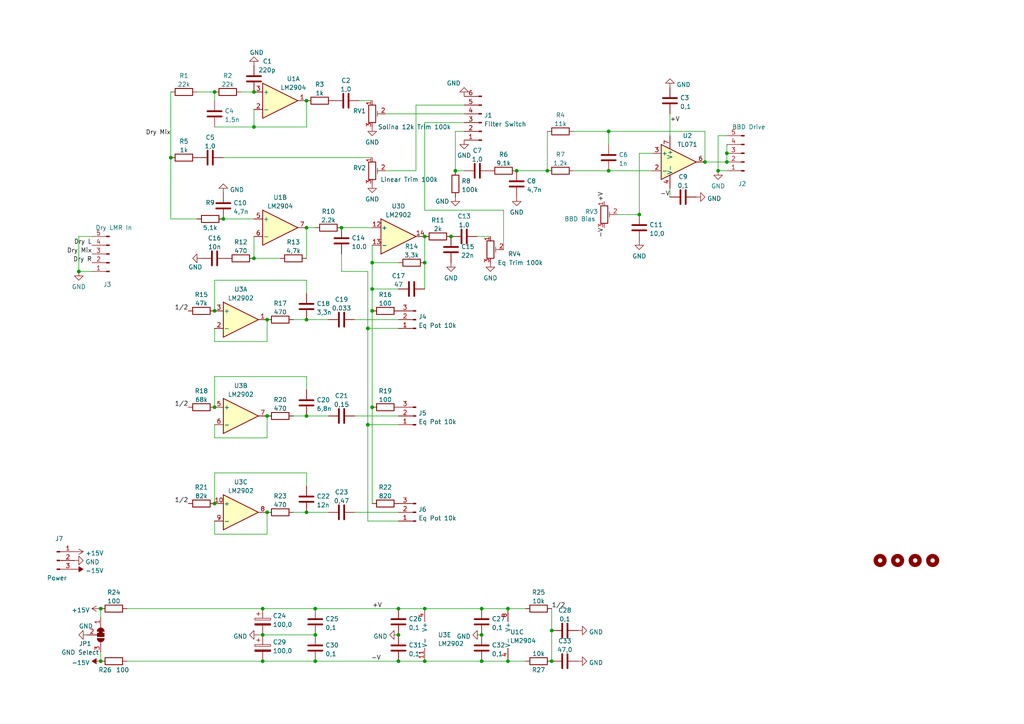
<source format=kicad_sch>
(kicad_sch (version 20211123) (generator eeschema)
  (paper "A4")
  (lib_symbols
    (symbol "Amplifier_Operational:LM2902" (pin_names (offset 0.127))
      (property "Reference" "U" (at 0 5.08 0))
      (property "Value" "LM2902" (at 0 -5.08 0))
      (symbol "LM2902_1_1"
        (polyline (pts (xy -5.08 5.08) (xy 5.08 0) (xy -5.08 -5.08) (xy -5.08 5.08)) (stroke (width 0.254)) (fill (type background)))
        (pin output line (at 7.62 0 180) (length 2.54) (name "~") (number "1"))
        (pin input line (at -7.62 -2.54 0) (length 2.54) (name "-") (number "2"))
        (pin input line (at -7.62 2.54 0) (length 2.54) (name "+") (number "3"))
      )
      (symbol "LM2902_2_1"
        (polyline (pts (xy -5.08 5.08) (xy 5.08 0) (xy -5.08 -5.08) (xy -5.08 5.08)) (stroke (width 0.254)) (fill (type background)))
        (pin input line (at -7.62 2.54 0) (length 2.54) (name "+") (number "5"))
        (pin input line (at -7.62 -2.54 0) (length 2.54) (name "-") (number "6"))
        (pin output line (at 7.62 0 180) (length 2.54) (name "~") (number "7"))
      )
      (symbol "LM2902_3_1"
        (polyline (pts (xy -5.08 5.08) (xy 5.08 0) (xy -5.08 -5.08) (xy -5.08 5.08)) (stroke (width 0.254)) (fill (type background)))
        (pin input line (at -7.62 2.54 0) (length 2.54) (name "+") (number "10"))
        (pin output line (at 7.62 0 180) (length 2.54) (name "~") (number "8"))
        (pin input line (at -7.62 -2.54 0) (length 2.54) (name "-") (number "9"))
      )
      (symbol "LM2902_4_1"
        (polyline (pts (xy -5.08 5.08) (xy 5.08 0) (xy -5.08 -5.08) (xy -5.08 5.08)) (stroke (width 0.254)) (fill (type background)))
        (pin input line (at -7.62 2.54 0) (length 2.54) (name "+") (number "12"))
        (pin input line (at -7.62 -2.54 0) (length 2.54) (name "-") (number "13"))
        (pin output line (at 7.62 0 180) (length 2.54) (name "~") (number "14"))
      )
      (symbol "LM2902_5_1"
        (pin power_in line (at -2.54 -7.62 90) (length 3.81) (name "V-") (number "11"))
        (pin power_in line (at -2.54 7.62 270) (length 3.81) (name "V+") (number "4"))
      )
    )
    (symbol "Amplifier_Operational:LM2904" (pin_names (offset 0.127))
      (property "Reference" "U" (at 0 5.08 0))
      (property "Value" "LM2904" (at 0 -5.08 0))
      (symbol "LM2904_1_1"
        (polyline (pts (xy -5.08 5.08) (xy 5.08 0) (xy -5.08 -5.08) (xy -5.08 5.08)) (stroke (width 0.254)) (fill (type background)))
        (pin output line (at 7.62 0 180) (length 2.54) (name "~") (number "1"))
        (pin input line (at -7.62 -2.54 0) (length 2.54) (name "-") (number "2"))
        (pin input line (at -7.62 2.54 0) (length 2.54) (name "+") (number "3"))
      )
      (symbol "LM2904_2_1"
        (polyline (pts (xy -5.08 5.08) (xy 5.08 0) (xy -5.08 -5.08) (xy -5.08 5.08)) (stroke (width 0.254)) (fill (type background)))
        (pin input line (at -7.62 2.54 0) (length 2.54) (name "+") (number "5"))
        (pin input line (at -7.62 -2.54 0) (length 2.54) (name "-") (number "6"))
        (pin output line (at 7.62 0 180) (length 2.54) (name "~") (number "7"))
      )
      (symbol "LM2904_3_1"
        (pin power_in line (at -2.54 -7.62 90) (length 3.81) (name "V-") (number "4"))
        (pin power_in line (at -2.54 7.62 270) (length 3.81) (name "V+") (number "8"))
      )
    )
    (symbol "Amplifier_Operational:MCP601-xP" (pin_names (offset 0.127))
      (property "Reference" "U" (at 0 6.35 0))
      (property "Value" "MCP601-xP" (at 0 3.81 0))
      (symbol "MCP601-xP_0_1"
        (polyline (pts (xy -5.08 5.08) (xy 5.08 0) (xy -5.08 -5.08) (xy -5.08 5.08)) (stroke (width 0.254)) (fill (type background)))
      )
      (symbol "MCP601-xP_1_1"
        (pin no_connect line (at -5.08 -2.54 90) (length 2.54) hide (name "NC") (number "1"))
        (pin input line (at -7.62 -2.54 0) (length 2.54) (name "-") (number "2"))
        (pin input line (at -7.62 2.54 0) (length 2.54) (name "+") (number "3"))
        (pin power_in line (at -2.54 -7.62 90) (length 3.81) (name "V-") (number "4"))
        (pin no_connect line (at -2.54 -2.54 90) (length 2.54) hide (name "NC") (number "5"))
        (pin output line (at 7.62 0 180) (length 2.54) (name "~") (number "6"))
        (pin power_in line (at -2.54 7.62 270) (length 3.81) (name "V+") (number "7"))
        (pin no_connect line (at 0 -2.54 90) (length 2.54) hide (name "NC") (number "8"))
      )
    )
    (symbol "Connector:Conn_01x03_Male" (pin_names (offset 1.016) hide)
      (property "Reference" "J" (at 0 5.08 0))
      (property "Value" "Conn_01x03_Male" (at 0 -5.08 0))
      (symbol "Conn_01x03_Male_1_1"
        (polyline (pts (xy 1.27 -2.54) (xy 0.8636 -2.54)) (stroke (width 0.1524)))
        (polyline (pts (xy 1.27 0) (xy 0.8636 0)) (stroke (width 0.1524)))
        (polyline (pts (xy 1.27 2.54) (xy 0.8636 2.54)) (stroke (width 0.1524)))
        (rectangle (start 0.8636 -2.413) (end 0 -2.667) (stroke (width 0.1524)) (fill (type outline)))
        (rectangle (start 0.8636 0.127) (end 0 -0.127) (stroke (width 0.1524)) (fill (type outline)))
        (rectangle (start 0.8636 2.667) (end 0 2.413) (stroke (width 0.1524)) (fill (type outline)))
        (pin passive line (at 5.08 2.54 180) (length 3.81) (name "Pin_1") (number "1"))
        (pin passive line (at 5.08 0 180) (length 3.81) (name "Pin_2") (number "2"))
        (pin passive line (at 5.08 -2.54 180) (length 3.81) (name "Pin_3") (number "3"))
      )
    )
    (symbol "Connector:Conn_01x05_Male" (pin_names (offset 1.016) hide)
      (property "Reference" "J" (at 0 7.62 0))
      (property "Value" "Conn_01x05_Male" (at 0 -7.62 0))
      (symbol "Conn_01x05_Male_1_1"
        (polyline (pts (xy 1.27 -5.08) (xy 0.8636 -5.08)) (stroke (width 0.1524)))
        (polyline (pts (xy 1.27 -2.54) (xy 0.8636 -2.54)) (stroke (width 0.1524)))
        (polyline (pts (xy 1.27 0) (xy 0.8636 0)) (stroke (width 0.1524)))
        (polyline (pts (xy 1.27 2.54) (xy 0.8636 2.54)) (stroke (width 0.1524)))
        (polyline (pts (xy 1.27 5.08) (xy 0.8636 5.08)) (stroke (width 0.1524)))
        (rectangle (start 0.8636 -4.953) (end 0 -5.207) (stroke (width 0.1524)) (fill (type outline)))
        (rectangle (start 0.8636 -2.413) (end 0 -2.667) (stroke (width 0.1524)) (fill (type outline)))
        (rectangle (start 0.8636 0.127) (end 0 -0.127) (stroke (width 0.1524)) (fill (type outline)))
        (rectangle (start 0.8636 2.667) (end 0 2.413) (stroke (width 0.1524)) (fill (type outline)))
        (rectangle (start 0.8636 5.207) (end 0 4.953) (stroke (width 0.1524)) (fill (type outline)))
        (pin passive line (at 5.08 5.08 180) (length 3.81) (name "Pin_1") (number "1"))
        (pin passive line (at 5.08 2.54 180) (length 3.81) (name "Pin_2") (number "2"))
        (pin passive line (at 5.08 0 180) (length 3.81) (name "Pin_3") (number "3"))
        (pin passive line (at 5.08 -2.54 180) (length 3.81) (name "Pin_4") (number "4"))
        (pin passive line (at 5.08 -5.08 180) (length 3.81) (name "Pin_5") (number "5"))
      )
    )
    (symbol "Connector:Conn_01x06_Male" (pin_names (offset 1.016) hide)
      (property "Reference" "J" (at 0 7.62 0))
      (property "Value" "Conn_01x06_Male" (at 0 -10.16 0))
      (symbol "Conn_01x06_Male_1_1"
        (polyline (pts (xy 1.27 -7.62) (xy 0.8636 -7.62)) (stroke (width 0.1524)))
        (polyline (pts (xy 1.27 -5.08) (xy 0.8636 -5.08)) (stroke (width 0.1524)))
        (polyline (pts (xy 1.27 -2.54) (xy 0.8636 -2.54)) (stroke (width 0.1524)))
        (polyline (pts (xy 1.27 0) (xy 0.8636 0)) (stroke (width 0.1524)))
        (polyline (pts (xy 1.27 2.54) (xy 0.8636 2.54)) (stroke (width 0.1524)))
        (polyline (pts (xy 1.27 5.08) (xy 0.8636 5.08)) (stroke (width 0.1524)))
        (rectangle (start 0.8636 -7.493) (end 0 -7.747) (stroke (width 0.1524)) (fill (type outline)))
        (rectangle (start 0.8636 -4.953) (end 0 -5.207) (stroke (width 0.1524)) (fill (type outline)))
        (rectangle (start 0.8636 -2.413) (end 0 -2.667) (stroke (width 0.1524)) (fill (type outline)))
        (rectangle (start 0.8636 0.127) (end 0 -0.127) (stroke (width 0.1524)) (fill (type outline)))
        (rectangle (start 0.8636 2.667) (end 0 2.413) (stroke (width 0.1524)) (fill (type outline)))
        (rectangle (start 0.8636 5.207) (end 0 4.953) (stroke (width 0.1524)) (fill (type outline)))
        (pin passive line (at 5.08 5.08 180) (length 3.81) (name "Pin_1") (number "1"))
        (pin passive line (at 5.08 2.54 180) (length 3.81) (name "Pin_2") (number "2"))
        (pin passive line (at 5.08 0 180) (length 3.81) (name "Pin_3") (number "3"))
        (pin passive line (at 5.08 -2.54 180) (length 3.81) (name "Pin_4") (number "4"))
        (pin passive line (at 5.08 -5.08 180) (length 3.81) (name "Pin_5") (number "5"))
        (pin passive line (at 5.08 -7.62 180) (length 3.81) (name "Pin_6") (number "6"))
      )
    )
    (symbol "Device:C" (pin_numbers hide) (pin_names (offset 0.254))
      (property "Reference" "C" (at 0.635 2.54 0))
      (property "Value" "C" (at 0.635 -2.54 0))
      (symbol "C_0_1"
        (polyline (pts (xy -2.032 -0.762) (xy 2.032 -0.762)) (stroke (width 0.508)))
        (polyline (pts (xy -2.032 0.762) (xy 2.032 0.762)) (stroke (width 0.508)))
      )
      (symbol "C_1_1"
        (pin passive line (at 0 3.81 270) (length 2.794) (name "~") (number "1"))
        (pin passive line (at 0 -3.81 90) (length 2.794) (name "~") (number "2"))
      )
    )
    (symbol "Device:C_Polarized" (pin_numbers hide) (pin_names (offset 0.254))
      (property "Reference" "C" (at 0.635 2.54 0))
      (property "Value" "C_Polarized" (at 0.635 -2.54 0))
      (symbol "C_Polarized_0_1"
        (rectangle (start -2.286 0.508) (end 2.286 1.016))
        (polyline (pts (xy -1.778 2.286) (xy -0.762 2.286)))
        (polyline (pts (xy -1.27 2.794) (xy -1.27 1.778)))
        (rectangle (start 2.286 -0.508) (end -2.286 -1.016) (fill (type outline)))
      )
      (symbol "C_Polarized_1_1"
        (pin passive line (at 0 3.81 270) (length 2.794) (name "~") (number "1"))
        (pin passive line (at 0 -3.81 90) (length 2.794) (name "~") (number "2"))
      )
    )
    (symbol "Device:R" (pin_numbers hide) (pin_names (offset 0))
      (property "Reference" "R" (at 2.032 0 90))
      (property "Value" "R" (at 0 0 90))
      (symbol "R_0_1"
        (rectangle (start -1.016 -2.54) (end 1.016 2.54) (stroke (width 0.254)))
      )
      (symbol "R_1_1"
        (pin passive line (at 0 3.81 270) (length 1.27) (name "~") (number "1"))
        (pin passive line (at 0 -3.81 90) (length 1.27) (name "~") (number "2"))
      )
    )
    (symbol "Device:R_Potentiometer_Trim" (pin_names (offset 1.016) hide)
      (property "Reference" "RV" (at -4.445 0 90))
      (property "Value" "R_Potentiometer_Trim" (at -2.54 0 90))
      (symbol "R_Potentiometer_Trim_0_1"
        (polyline (pts (xy 1.524 0.762) (xy 1.524 -0.762)))
        (polyline (pts (xy 2.54 0) (xy 1.524 0)))
        (rectangle (start 1.016 2.54) (end -1.016 -2.54) (stroke (width 0.254)))
      )
      (symbol "R_Potentiometer_Trim_1_1"
        (pin passive line (at 0 3.81 270) (length 1.27) (name "1") (number "1"))
        (pin passive line (at 3.81 0 180) (length 1.27) (name "2") (number "2"))
        (pin passive line (at 0 -3.81 90) (length 1.27) (name "3") (number "3"))
      )
    )
    (symbol "Jumper:SolderJumper_3_Bridged12" (pin_names (offset 0) hide)
      (property "Reference" "JP" (at -2.54 -2.54 0))
      (property "Value" "SolderJumper_3_Bridged12" (at 0 2.794 0))
      (symbol "SolderJumper_3_Bridged12_0_1"
        (rectangle (start -1.016 0.508) (end -0.508 -0.508) (fill (type outline)))
        (arc (start -1.016 1.016) (mid -2.032 0) (end -1.016 -1.016))
        (arc (start -1.016 1.016) (mid -2.032 0) (end -1.016 -1.016) (fill (type outline)))
        (rectangle (start -0.508 1.016) (end 0.508 -1.016) (fill (type outline)))
        (polyline (pts (xy -2.54 0) (xy -2.032 0)))
        (polyline (pts (xy -1.016 1.016) (xy -1.016 -1.016)))
        (polyline (pts (xy 0 -1.27) (xy 0 -1.016)))
        (polyline (pts (xy 1.016 1.016) (xy 1.016 -1.016)))
        (polyline (pts (xy 2.54 0) (xy 2.032 0)))
        (arc (start 1.016 -1.016) (mid 2.032 0) (end 1.016 1.016))
        (arc (start 1.016 -1.016) (mid 2.032 0) (end 1.016 1.016) (fill (type outline)))
      )
      (symbol "SolderJumper_3_Bridged12_1_1"
        (pin passive line (at -5.08 0 0) (length 2.54) (name "A") (number "1"))
        (pin passive line (at 0 -3.81 90) (length 2.54) (name "C") (number "2"))
        (pin passive line (at 5.08 0 180) (length 2.54) (name "B") (number "3"))
      )
    )
    (symbol "Mechanical:MountingHole" (pin_names (offset 1.016))
      (property "Reference" "H" (at 0 5.08 0))
      (property "Value" "MountingHole" (at 0 3.175 0))
      (symbol "MountingHole_0_1"
        (circle (center 0 0) (radius 1.27) (stroke (width 1.27)))
      )
    )
    (symbol "power:+15V" (power) (pin_names (offset 0))
      (property "Value" "+15V" (at 0 3.556 0))
      (symbol "+15V_0_1"
        (polyline (pts (xy -0.762 1.27) (xy 0 2.54)))
        (polyline (pts (xy 0 0) (xy 0 2.54)))
        (polyline (pts (xy 0 2.54) (xy 0.762 1.27)))
      )
      (symbol "+15V_1_1"
        (pin power_in line (at 0 0 90) (length 0) hide (name "+15V") (number "1"))
      )
    )
    (symbol "power:-15V" (power) (pin_names (offset 0))
      (property "Value" "-15V" (at 0 3.81 0))
      (symbol "-15V_0_0"
        (pin power_in line (at 0 0 90) (length 0) hide (name "-15V") (number "1"))
      )
      (symbol "-15V_0_1"
        (polyline (pts (xy 0 0) (xy 0 1.27) (xy 0.762 1.27) (xy 0 2.54) (xy -0.762 1.27) (xy 0 1.27)) (fill (type outline)))
      )
    )
    (symbol "power:GND" (power) (pin_names (offset 0))
      (property "Value" "GND" (at 0 -3.81 0))
      (symbol "GND_0_1"
        (polyline (pts (xy 0 0) (xy 0 -1.27) (xy 1.27 -1.27) (xy 0 -2.54) (xy -1.27 -1.27) (xy 0 -1.27)))
      )
      (symbol "GND_1_1"
        (pin power_in line (at 0 0 270) (length 0) hide (name "GND") (number "1"))
      )
    )
  )
  (junction (at 115.57 184.15))
  (junction (at 91.44 191.77))
  (junction (at 210.82 44.45))
  (junction (at 62.23 146.05))
  (junction (at 210.82 46.99))
  (junction (at 22.86 78.74))
  (junction (at 62.23 118.11))
  (junction (at 158.75 49.53))
  (junction (at 88.9 120.65))
  (junction (at 130.81 68.58))
  (junction (at 139.7 176.53))
  (junction (at 123.19 76.2))
  (junction (at 77.47 148.59))
  (junction (at 106.68 95.25))
  (junction (at 88.9 92.71))
  (junction (at 91.44 176.53))
  (junction (at 107.95 90.17))
  (junction (at 76.2 176.53))
  (junction (at 88.9 148.59))
  (junction (at 208.28 49.53))
  (junction (at 76.2 191.77))
  (junction (at 204.47 46.99))
  (junction (at 185.42 62.23))
  (junction (at 88.9 29.21))
  (junction (at 62.23 26.67))
  (junction (at 29.21 176.53))
  (junction (at 88.9 66.04))
  (junction (at 160.02 191.77))
  (junction (at 73.66 36.83))
  (junction (at 77.47 120.65))
  (junction (at 123.19 191.77))
  (junction (at 147.32 191.77))
  (junction (at 176.53 49.53))
  (junction (at 149.86 49.53))
  (junction (at 107.95 76.2))
  (junction (at 62.23 90.17))
  (junction (at 139.7 184.15))
  (junction (at 29.21 191.77))
  (junction (at 49.53 45.72))
  (junction (at 77.47 92.71))
  (junction (at 176.53 38.1))
  (junction (at 160.02 182.88))
  (junction (at 76.2 184.15))
  (junction (at 123.19 176.53))
  (junction (at 139.7 191.77))
  (junction (at 73.66 74.93))
  (junction (at 107.95 83.82))
  (junction (at 99.06 66.04))
  (junction (at 73.66 26.67))
  (junction (at 91.44 184.15))
  (junction (at 132.08 49.53))
  (junction (at 147.32 176.53))
  (junction (at 115.57 191.77))
  (junction (at 106.68 123.19))
  (junction (at 123.19 68.58))
  (junction (at 115.57 176.53))
  (junction (at 107.95 118.11))
  (junction (at 64.77 63.5))
  (wire (pts (xy 73.66 74.93) (xy 81.28 74.93)))
  (wire (pts (xy 123.19 76.2) (xy 123.19 83.82)))
  (wire (pts (xy 204.47 46.99) (xy 204.47 38.1)))
  (wire (pts (xy 123.19 60.96) (xy 146.05 60.96)))
  (wire (pts (xy 189.23 44.45) (xy 185.42 44.45)))
  (wire (pts (xy 77.47 127) (xy 77.47 120.65)))
  (wire (pts (xy 106.68 78.74) (xy 106.68 95.25)))
  (wire (pts (xy 106.68 151.13) (xy 106.68 123.19)))
  (wire (pts (xy 107.95 71.12) (xy 107.95 76.2)))
  (wire (pts (xy 88.9 66.04) (xy 88.9 74.93)))
  (wire (pts (xy 102.87 120.65) (xy 115.57 120.65)))
  (wire (pts (xy 123.19 35.56) (xy 123.19 60.96)))
  (wire (pts (xy 107.95 83.82) (xy 115.57 83.82)))
  (wire (pts (xy 107.95 76.2) (xy 107.95 83.82)))
  (wire (pts (xy 176.53 38.1) (xy 166.37 38.1)))
  (wire (pts (xy 111.76 33.02) (xy 134.62 33.02)))
  (wire (pts (xy 123.19 68.58) (xy 123.19 76.2)))
  (wire (pts (xy 194.31 54.61) (xy 194.31 57.15)))
  (wire (pts (xy 115.57 191.77) (xy 123.19 191.77)))
  (wire (pts (xy 166.37 49.53) (xy 176.53 49.53)))
  (wire (pts (xy 88.9 66.04) (xy 91.44 66.04)))
  (wire (pts (xy 62.23 36.83) (xy 73.66 36.83)))
  (wire (pts (xy 88.9 81.28) (xy 62.23 81.28)))
  (wire (pts (xy 149.86 49.53) (xy 158.75 49.53)))
  (wire (pts (xy 204.47 46.99) (xy 210.82 46.99)))
  (wire (pts (xy 49.53 26.67) (xy 49.53 45.72)))
  (wire (pts (xy 62.23 81.28) (xy 62.23 90.17)))
  (wire (pts (xy 146.05 60.96) (xy 146.05 72.39)))
  (wire (pts (xy 107.95 118.11) (xy 107.95 146.05)))
  (wire (pts (xy 57.15 26.67) (xy 62.23 26.67)))
  (wire (pts (xy 62.23 154.94) (xy 77.47 154.94)))
  (wire (pts (xy 107.95 76.2) (xy 115.57 76.2)))
  (wire (pts (xy 62.23 99.06) (xy 77.47 99.06)))
  (wire (pts (xy 115.57 95.25) (xy 106.68 95.25)))
  (wire (pts (xy 64.77 63.5) (xy 73.66 63.5)))
  (wire (pts (xy 102.87 148.59) (xy 115.57 148.59)))
  (wire (pts (xy 62.23 123.19) (xy 62.23 127)))
  (wire (pts (xy 194.31 33.02) (xy 194.31 39.37)))
  (wire (pts (xy 88.9 85.09) (xy 88.9 81.28)))
  (wire (pts (xy 91.44 191.77) (xy 115.57 191.77)))
  (wire (pts (xy 22.86 68.58) (xy 22.86 78.74)))
  (wire (pts (xy 210.82 41.91) (xy 210.82 44.45)))
  (wire (pts (xy 62.23 151.13) (xy 62.23 154.94)))
  (wire (pts (xy 132.08 38.1) (xy 134.62 38.1)))
  (wire (pts (xy 36.83 176.53) (xy 76.2 176.53)))
  (wire (pts (xy 115.57 151.13) (xy 106.68 151.13)))
  (wire (pts (xy 73.66 31.75) (xy 73.66 36.83)))
  (wire (pts (xy 152.4 191.77) (xy 147.32 191.77)))
  (wire (pts (xy 138.43 68.58) (xy 142.24 68.58)))
  (wire (pts (xy 204.47 38.1) (xy 176.53 38.1)))
  (wire (pts (xy 74.93 184.15) (xy 76.2 184.15)))
  (wire (pts (xy 62.23 137.16) (xy 62.23 146.05)))
  (wire (pts (xy 99.06 78.74) (xy 106.68 78.74)))
  (wire (pts (xy 62.23 26.67) (xy 62.23 29.21)))
  (wire (pts (xy 139.7 176.53) (xy 123.19 176.53)))
  (wire (pts (xy 160.02 182.88) (xy 160.02 191.77)))
  (wire (pts (xy 88.9 120.65) (xy 95.25 120.65)))
  (wire (pts (xy 88.9 148.59) (xy 95.25 148.59)))
  (wire (pts (xy 88.9 140.97) (xy 88.9 137.16)))
  (wire (pts (xy 88.9 36.83) (xy 88.9 29.21)))
  (wire (pts (xy 77.47 99.06) (xy 77.47 92.71)))
  (wire (pts (xy 106.68 123.19) (xy 115.57 123.19)))
  (wire (pts (xy 26.67 68.58) (xy 22.86 68.58)))
  (wire (pts (xy 104.14 29.21) (xy 107.95 29.21)))
  (wire (pts (xy 179.07 62.23) (xy 185.42 62.23)))
  (wire (pts (xy 57.15 63.5) (xy 49.53 63.5)))
  (wire (pts (xy 106.68 95.25) (xy 106.68 123.19)))
  (wire (pts (xy 210.82 44.45) (xy 210.82 46.99)))
  (wire (pts (xy 208.28 39.37) (xy 208.28 49.53)))
  (wire (pts (xy 62.23 127) (xy 77.47 127)))
  (wire (pts (xy 49.53 45.72) (xy 49.53 63.5)))
  (wire (pts (xy 69.85 26.67) (xy 73.66 26.67)))
  (wire (pts (xy 29.21 176.53) (xy 29.21 179.07)))
  (wire (pts (xy 99.06 66.04) (xy 107.95 66.04)))
  (wire (pts (xy 132.08 49.53) (xy 134.62 49.53)))
  (wire (pts (xy 62.23 95.25) (xy 62.23 99.06)))
  (wire (pts (xy 152.4 176.53) (xy 147.32 176.53)))
  (wire (pts (xy 210.82 39.37) (xy 208.28 39.37)))
  (wire (pts (xy 85.09 148.59) (xy 88.9 148.59)))
  (wire (pts (xy 134.62 35.56) (xy 123.19 35.56)))
  (wire (pts (xy 88.9 109.22) (xy 62.23 109.22)))
  (wire (pts (xy 76.2 184.15) (xy 91.44 184.15)))
  (wire (pts (xy 88.9 92.71) (xy 95.25 92.71)))
  (wire (pts (xy 85.09 92.71) (xy 88.9 92.71)))
  (wire (pts (xy 88.9 137.16) (xy 62.23 137.16)))
  (wire (pts (xy 85.09 120.65) (xy 88.9 120.65)))
  (wire (pts (xy 76.2 191.77) (xy 91.44 191.77)))
  (wire (pts (xy 147.32 191.77) (xy 139.7 191.77)))
  (wire (pts (xy 139.7 191.77) (xy 123.19 191.77)))
  (wire (pts (xy 185.42 44.45) (xy 185.42 62.23)))
  (wire (pts (xy 176.53 49.53) (xy 189.23 49.53)))
  (wire (pts (xy 64.77 45.72) (xy 107.95 45.72)))
  (wire (pts (xy 99.06 73.66) (xy 99.06 78.74)))
  (wire (pts (xy 29.21 189.23) (xy 29.21 191.77)))
  (wire (pts (xy 115.57 176.53) (xy 123.19 176.53)))
  (wire (pts (xy 176.53 41.91) (xy 176.53 38.1)))
  (wire (pts (xy 73.66 68.58) (xy 73.66 74.93)))
  (wire (pts (xy 120.65 49.53) (xy 120.65 30.48)))
  (wire (pts (xy 107.95 90.17) (xy 107.95 118.11)))
  (wire (pts (xy 73.66 36.83) (xy 88.9 36.83)))
  (wire (pts (xy 91.44 176.53) (xy 115.57 176.53)))
  (wire (pts (xy 147.32 176.53) (xy 139.7 176.53)))
  (wire (pts (xy 62.23 109.22) (xy 62.23 118.11)))
  (wire (pts (xy 111.76 49.53) (xy 120.65 49.53)))
  (wire (pts (xy 120.65 30.48) (xy 134.62 30.48)))
  (wire (pts (xy 132.08 49.53) (xy 132.08 38.1)))
  (wire (pts (xy 158.75 38.1) (xy 158.75 49.53)))
  (wire (pts (xy 107.95 83.82) (xy 107.95 90.17)))
  (wire (pts (xy 36.83 191.77) (xy 76.2 191.77)))
  (wire (pts (xy 102.87 92.71) (xy 115.57 92.71)))
  (wire (pts (xy 77.47 154.94) (xy 77.47 148.59)))
  (wire (pts (xy 88.9 113.03) (xy 88.9 109.22)))
  (wire (pts (xy 160.02 176.53) (xy 160.02 182.88)))
  (wire (pts (xy 22.86 78.74) (xy 26.67 78.74)))
  (wire (pts (xy 208.28 49.53) (xy 210.82 49.53)))
  (wire (pts (xy 76.2 176.53) (xy 91.44 176.53)))
  (label "1{slash}2" (at 54.61 90.17 180))
  (label "-V" (at 110.49 191.77 180))
  (label "-V" (at 194.31 57.15 180))
  (label "Dry Mix" (at 49.53 39.37 180))
  (label "Dry Mix" (at 26.67 73.66 180))
  (label "Dry R" (at 26.67 76.2 180))
  (label "+V" (at 107.95 176.53 0))
  (label "-V" (at 175.26 66.04 270))
  (label "1{slash}2" (at 54.61 146.05 180))
  (label "+V" (at 194.31 35.56 0))
  (label "+V" (at 175.26 58.42 90))
  (label "1{slash}2" (at 54.61 118.11 180))
  (label "1{slash}2" (at 160.02 176.53 0))
  (label "Dry L" (at 26.67 71.12 180))
  (symbol (lib_id "Amplifier_Operational:LM2904") (at 81.28 66.04 0) (unit 2)
    (property "Reference" "U1" (at 81.28 57.2602 0))
    (property "Value" "LM2904" (at 81.28 59.7971 0))
    (property "Footprint" "Package_DIP:DIP-8_W7.62mm" (effects hide))
    (property "Datasheet" "http://www.ti.com/lit/ds/symlink/lm358.pdf" (effects hide))
  )
  (symbol (lib_id "Device:R") (at 132.08 53.34 180) (unit 1)
    (property "Reference" "R8" (at 133.858 52.5053 0) (effects (justify right)))
    (property "Value" "100k" (at 133.858 55.0422 0) (effects (justify right)))
    (property "Footprint" "Resistor_SMD:R_1206_3216Metric_Pad1.30x1.75mm_HandSolder" (effects hide))
  )
  (symbol (lib_id "Device:R") (at 81.28 120.65 90) (unit 1)
    (property "Reference" "R20" (at 81.28 115.9342 90))
    (property "Value" "470" (at 81.28 118.4711 90))
    (property "Footprint" "Resistor_SMD:R_1206_3216Metric_Pad1.30x1.75mm_HandSolder" (effects hide))
  )
  (symbol (lib_id "power:GND") (at 130.81 76.2 0) (unit 1)
    (property "Reference" "#PWR0112" (effects hide))
    (property "Value" "GND" (at 130.81 80.6434 0))
  )
  (symbol (lib_id "Device:C") (at 99.06 69.85 180) (unit 1)
    (property "Reference" "C14" (at 101.981 69.0153 0) (effects (justify right)))
    (property "Value" "10.0" (at 101.981 71.5522 0) (effects (justify right)))
    (property "Footprint" "Capacitor_SMD:C_0805_2012Metric_Pad1.18x1.45mm_HandSolder" (effects hide))
  )
  (symbol (lib_id "Amplifier_Operational:MCP601-xP") (at 196.85 46.99 0) (unit 1)
    (property "Reference" "U2" (at 199.39 39.37 0))
    (property "Value" "TL071" (at 199.39 41.91 0))
    (property "Footprint" "Package_DIP:DIP-8_W7.62mm" (effects hide))
    (property "Datasheet" "http://ww1.microchip.com/downloads/en/DeviceDoc/21314g.pdf" (effects hide))
  )
  (symbol (lib_id "Mechanical:MountingHole") (at 270.51 162.56 0) (unit 1)
    (property "Reference" "H4" (effects hide))
    (property "Value" "MountingHole" (effects hide))
    (property "Footprint" "MountingHole:MountingHole_3.2mm_M3" (effects hide))
  )
  (symbol (lib_id "power:GND") (at 142.24 76.2 0) (unit 1)
    (property "Reference" "#PWR0113" (effects hide))
    (property "Value" "GND" (at 142.24 80.6434 0))
  )
  (symbol (lib_id "power:+15V") (at 21.59 160.02 270) (unit 1)
    (property "Reference" "#PWR0105" (effects hide))
    (property "Value" "+15V" (at 24.765 160.4538 90) (effects (justify left)))
  )
  (symbol (lib_id "Device:C") (at 100.33 29.21 90) (unit 1)
    (property "Reference" "C2" (at 100.33 23.3512 90))
    (property "Value" "1,0" (at 100.33 25.8881 90))
    (property "Footprint" "Capacitor_SMD:C_0805_2012Metric_Pad1.18x1.45mm_HandSolder" (effects hide))
  )
  (symbol (lib_id "Connector:Conn_01x06_Male") (at 139.7 35.56 180) (unit 1)
    (property "Reference" "J1" (at 140.4112 33.4553 0) (effects (justify right)))
    (property "Value" "Filter Switch" (at 140.4112 35.9922 0) (effects (justify right)))
    (property "Footprint" "Connector_PinHeader_2.54mm:PinHeader_1x06_P2.54mm_Vertical" (effects hide))
  )
  (symbol (lib_id "Device:C") (at 88.9 88.9 0) (unit 1)
    (property "Reference" "C18" (at 91.821 88.0653 0) (effects (justify left)))
    (property "Value" "3,3n" (at 91.821 90.6022 0) (effects (justify left)))
    (property "Footprint" "Capacitor_SMD:C_0805_2012Metric_Pad1.18x1.45mm_HandSolder" (effects hide))
  )
  (symbol (lib_id "power:GND") (at 22.86 78.74 0) (unit 1)
    (property "Reference" "#PWR0115" (effects hide))
    (property "Value" "GND" (at 22.86 83.1834 0))
  )
  (symbol (lib_id "power:GND") (at 107.95 53.34 0) (unit 1)
    (property "Reference" "#PWR0117" (effects hide))
    (property "Value" "GND" (at 107.95 57.7834 0))
  )
  (symbol (lib_id "Device:R") (at 58.42 118.11 90) (unit 1)
    (property "Reference" "R18" (at 58.42 113.3942 90))
    (property "Value" "68k" (at 58.42 115.9311 90))
    (property "Footprint" "Resistor_SMD:R_1206_3216Metric_Pad1.30x1.75mm_HandSolder" (effects hide))
  )
  (symbol (lib_id "power:GND") (at 21.59 162.56 90) (unit 1)
    (property "Reference" "#PWR0104" (effects hide))
    (property "Value" "GND" (at 24.765 162.9938 90) (effects (justify right)))
  )
  (symbol (lib_id "Device:C_Polarized") (at 76.2 180.34 0) (unit 1)
    (property "Reference" "C24" (at 79.121 178.6163 0) (effects (justify left)))
    (property "Value" "100,0" (at 79.121 181.1532 0) (effects (justify left)))
    (property "Footprint" "Capacitor_SMD:C_Elec_6.3x5.8" (effects hide))
  )
  (symbol (lib_id "Connector:Conn_01x05_Male") (at 215.9 44.45 180) (unit 1)
    (property "Reference" "J2" (at 215.265 53.306 0))
    (property "Value" "BBD Drive" (at 217.17 36.83 0))
    (property "Footprint" "Connector_JST:JST_XH_B5B-XH-AM_1x05_P2.50mm_Vertical" (effects hide))
  )
  (symbol (lib_id "Device:R_Potentiometer_Trim") (at 107.95 33.02 0) (unit 1)
    (property "Reference" "RV1" (at 106.172 32.1853 0) (effects (justify right)))
    (property "Value" "Solina 12k Trim 100k" (at 130.81 36.83 0) (effects (justify right)))
    (property "Footprint" "Potentiometer_THT:Potentiometer_Runtron_RM-065_Vertical" (effects hide))
  )
  (symbol (lib_id "Mechanical:MountingHole") (at 260.35 162.56 0) (unit 1)
    (property "Reference" "H2" (effects hide))
    (property "Value" "MountingHole" (effects hide))
    (property "Footprint" "MountingHole:MountingHole_3.2mm_M3" (effects hide))
  )
  (symbol (lib_id "Device:R_Potentiometer_Trim") (at 175.26 62.23 0) (unit 1)
    (property "Reference" "RV3" (at 173.482 61.3953 0) (effects (justify right)))
    (property "Value" "BBD Bias" (at 172.72 63.5 0) (effects (justify right)))
    (property "Footprint" "Potentiometer_THT:Potentiometer_Bourns_3296W_Vertical" (effects hide))
  )
  (symbol (lib_id "Device:C") (at 88.9 144.78 0) (unit 1)
    (property "Reference" "C22" (at 91.821 143.9453 0) (effects (justify left)))
    (property "Value" "12n" (at 91.821 146.4822 0) (effects (justify left)))
    (property "Footprint" "Capacitor_SMD:C_0805_2012Metric_Pad1.18x1.45mm_HandSolder" (effects hide))
  )
  (symbol (lib_id "power:GND") (at 58.42 74.93 270) (unit 1)
    (property "Reference" "#PWR0114" (effects hide))
    (property "Value" "GND" (at 54.61 77.47 90) (effects (justify left)))
  )
  (symbol (lib_id "Device:R_Potentiometer_Trim") (at 107.95 49.53 0) (unit 1)
    (property "Reference" "RV2" (at 106.172 48.6953 0) (effects (justify right)))
    (property "Value" "Linear Trim 100k" (at 127 52.07 0) (effects (justify right)))
    (property "Footprint" "Potentiometer_THT:Potentiometer_Runtron_RM-065_Vertical" (effects hide))
  )
  (symbol (lib_id "Amplifier_Operational:LM2902") (at 115.57 68.58 0) (unit 4)
    (property "Reference" "U3" (at 115.57 59.8002 0))
    (property "Value" "LM2902" (at 115.57 62.3371 0))
    (property "Footprint" "Package_DIP:DIP-14_W7.62mm" (effects hide))
    (property "Datasheet" "http://www.ti.com/lit/ds/symlink/lm2902-n.pdf" (effects hide))
  )
  (symbol (lib_id "power:GND") (at 201.93 57.15 90) (unit 1)
    (property "Reference" "#PWR0128" (effects hide))
    (property "Value" "GND" (at 205.105 57.5838 90) (effects (justify right)))
  )
  (symbol (lib_id "Device:C") (at 163.83 191.77 90) (unit 1)
    (property "Reference" "C33" (at 163.83 185.9112 90))
    (property "Value" "47,0" (at 163.83 188.4481 90))
    (property "Footprint" "Capacitor_SMD:C_Elec_6.3x5.8" (effects hide))
  )
  (symbol (lib_id "Connector:Conn_01x03_Male") (at 120.65 120.65 180) (unit 1)
    (property "Reference" "J5" (at 121.3612 119.8153 0) (effects (justify right)))
    (property "Value" "Eq Pot 10k" (at 121.3612 122.3522 0) (effects (justify right)))
    (property "Footprint" "Potentiometer_THT:Potentiometer_Alps_RK097_Single_Horizontal" (effects hide))
  )
  (symbol (lib_id "power:+15V") (at 29.21 176.53 90) (unit 1)
    (property "Reference" "#PWR0103" (effects hide))
    (property "Value" "+15V" (at 26.035 176.9638 90) (effects (justify left)))
  )
  (symbol (lib_id "Device:R") (at 81.28 92.71 90) (unit 1)
    (property "Reference" "R17" (at 81.28 87.9942 90))
    (property "Value" "470" (at 81.28 90.5311 90))
    (property "Footprint" "Resistor_SMD:R_1206_3216Metric_Pad1.30x1.75mm_HandSolder" (effects hide))
  )
  (symbol (lib_id "Device:C") (at 64.77 59.69 0) (unit 1)
    (property "Reference" "C10" (at 67.691 58.8553 0) (effects (justify left)))
    (property "Value" "4,7n" (at 67.691 61.3922 0) (effects (justify left)))
    (property "Footprint" "Capacitor_SMD:C_0805_2012Metric_Pad1.18x1.45mm_HandSolder" (effects hide))
  )
  (symbol (lib_id "Mechanical:MountingHole") (at 265.43 162.56 0) (unit 1)
    (property "Reference" "H3" (effects hide))
    (property "Value" "MountingHole" (effects hide))
    (property "Footprint" "MountingHole:MountingHole_3.2mm_M3" (effects hide))
  )
  (symbol (lib_id "Device:R") (at 81.28 148.59 90) (unit 1)
    (property "Reference" "R23" (at 81.28 143.8742 90))
    (property "Value" "470" (at 81.28 146.4111 90))
    (property "Footprint" "Resistor_SMD:R_1206_3216Metric_Pad1.30x1.75mm_HandSolder" (effects hide))
  )
  (symbol (lib_id "Amplifier_Operational:LM2902") (at 69.85 92.71 0) (unit 1)
    (property "Reference" "U3" (at 69.85 83.9302 0))
    (property "Value" "LM2902" (at 69.85 86.4671 0))
    (property "Footprint" "Package_DIP:DIP-14_W7.62mm" (effects hide))
    (property "Datasheet" "http://www.ti.com/lit/ds/symlink/lm2902-n.pdf" (effects hide))
  )
  (symbol (lib_id "Device:R") (at 33.02 176.53 90) (unit 1)
    (property "Reference" "R24" (at 33.02 171.8142 90))
    (property "Value" "100" (at 33.02 174.3511 90))
    (property "Footprint" "Resistor_SMD:R_1206_3216Metric_Pad1.30x1.75mm_HandSolder" (effects hide))
  )
  (symbol (lib_id "power:GND") (at 167.64 182.88 90) (unit 1)
    (property "Reference" "#PWR0109" (effects hide))
    (property "Value" "GND" (at 170.815 183.3138 90) (effects (justify right)))
  )
  (symbol (lib_id "power:GND") (at 107.95 36.83 0) (unit 1)
    (property "Reference" "#PWR0118" (effects hide))
    (property "Value" "GND" (at 107.95 41.2734 0))
  )
  (symbol (lib_id "Device:R") (at 33.02 191.77 90) (unit 1)
    (property "Reference" "R26" (at 30.48 194.31 90))
    (property "Value" "100" (at 35.56 194.31 90))
    (property "Footprint" "Resistor_SMD:R_1206_3216Metric_Pad1.30x1.75mm_HandSolder" (effects hide))
  )
  (symbol (lib_id "Device:C") (at 163.83 182.88 90) (unit 1)
    (property "Reference" "C28" (at 163.83 177.0212 90))
    (property "Value" "0,1" (at 163.83 179.5581 90))
    (property "Footprint" "Capacitor_SMD:C_1206_3216Metric_Pad1.33x1.80mm_HandSolder" (effects hide))
  )
  (symbol (lib_id "Device:C") (at 138.43 49.53 90) (unit 1)
    (property "Reference" "C7" (at 138.43 43.6712 90))
    (property "Value" "1,0" (at 138.43 46.2081 90))
    (property "Footprint" "Capacitor_SMD:C_0805_2012Metric_Pad1.18x1.45mm_HandSolder" (effects hide))
  )
  (symbol (lib_id "Device:C") (at 99.06 148.59 90) (unit 1)
    (property "Reference" "C23" (at 99.06 142.7312 90))
    (property "Value" "0,47" (at 99.06 145.2681 90))
    (property "Footprint" "Capacitor_SMD:C_0805_2012Metric_Pad1.18x1.45mm_HandSolder" (effects hide))
  )
  (symbol (lib_id "power:GND") (at 194.31 25.4 180) (unit 1)
    (property "Reference" "#PWR0129" (effects hide))
    (property "Value" "GND" (at 196.215 24.5638 0) (effects (justify right)))
  )
  (symbol (lib_id "power:GND") (at 25.4 184.15 270) (unit 1)
    (property "Reference" "#PWR0101" (effects hide))
    (property "Value" "GND" (at 22.86 181.61 90) (effects (justify left)))
  )
  (symbol (lib_id "Device:C") (at 149.86 53.34 0) (unit 1)
    (property "Reference" "C8" (at 152.781 52.5053 0) (effects (justify left)))
    (property "Value" "4,7n" (at 152.781 55.0422 0) (effects (justify left)))
    (property "Footprint" "Capacitor_SMD:C_0805_2012Metric_Pad1.18x1.45mm_HandSolder" (effects hide))
  )
  (symbol (lib_id "Device:C") (at 139.7 187.96 0) (unit 1)
    (property "Reference" "C32" (at 142.621 187.1253 0) (effects (justify left)))
    (property "Value" "0,1" (at 142.621 189.6622 0) (effects (justify left)))
    (property "Footprint" "Capacitor_SMD:C_1206_3216Metric_Pad1.33x1.80mm_HandSolder" (effects hide))
  )
  (symbol (lib_id "Device:R") (at 66.04 26.67 90) (unit 1)
    (property "Reference" "R2" (at 66.04 21.9542 90))
    (property "Value" "22k" (at 66.04 24.4911 90))
    (property "Footprint" "Resistor_SMD:R_1206_3216Metric_Pad1.30x1.75mm_HandSolder" (effects hide))
  )
  (symbol (lib_id "Device:C") (at 62.23 33.02 0) (unit 1)
    (property "Reference" "C4" (at 65.151 32.1853 0) (effects (justify left)))
    (property "Value" "1,5n" (at 65.151 34.7222 0) (effects (justify left)))
    (property "Footprint" "Capacitor_THT:C_Disc_D5.0mm_W2.5mm_P2.50mm" (effects hide))
  )
  (symbol (lib_id "power:GND") (at 115.57 184.15 270) (unit 1)
    (property "Reference" "#PWR0110" (effects hide))
    (property "Value" "GND" (at 112.3951 184.5838 90) (effects (justify right)))
  )
  (symbol (lib_id "Device:R") (at 53.34 45.72 90) (unit 1)
    (property "Reference" "R5" (at 53.34 41.0042 90))
    (property "Value" "1k" (at 53.34 43.5411 90))
    (property "Footprint" "Resistor_SMD:R_1206_3216Metric_Pad1.30x1.75mm_HandSolder" (effects hide))
  )
  (symbol (lib_id "power:GND") (at 134.62 40.64 0) (unit 1)
    (property "Reference" "#PWR0120" (effects hide))
    (property "Value" "GND" (at 134.62 45.0834 0))
  )
  (symbol (lib_id "power:GND") (at 132.08 57.15 0) (unit 1)
    (property "Reference" "#PWR0125" (effects hide))
    (property "Value" "GND" (at 128.27 58.42 0))
  )
  (symbol (lib_id "Device:R") (at 111.76 146.05 90) (unit 1)
    (property "Reference" "R22" (at 111.76 141.3342 90))
    (property "Value" "820" (at 111.76 143.8711 90))
    (property "Footprint" "Resistor_SMD:R_1206_3216Metric_Pad1.30x1.75mm_HandSolder" (effects hide))
  )
  (symbol (lib_id "power:GND") (at 149.86 57.15 0) (unit 1)
    (property "Reference" "#PWR0124" (effects hide))
    (property "Value" "GND" (at 149.86 61.5934 0))
  )
  (symbol (lib_id "Connector:Conn_01x05_Male") (at 31.75 73.66 180) (unit 1)
    (property "Reference" "J3" (at 31.115 82.516 0))
    (property "Value" "Dry LMR In" (at 33.02 66.04 0))
    (property "Footprint" "Connector_JST:JST_XH_B5B-XH-AM_1x05_P2.50mm_Vertical" (effects hide))
  )
  (symbol (lib_id "Connector:Conn_01x03_Male") (at 16.51 162.56 0) (unit 1)
    (property "Reference" "J7" (at 17.145 156.244 0))
    (property "Value" "Power" (at 16.51 167.64 0))
    (property "Footprint" "Connector_PinHeader_2.54mm:PinHeader_1x03_P2.54mm_Vertical" (effects hide))
  )
  (symbol (lib_id "Connector:Conn_01x03_Male") (at 120.65 92.71 180) (unit 1)
    (property "Reference" "J4" (at 121.3612 91.8753 0) (effects (justify right)))
    (property "Value" "Eq Pot 10k" (at 121.3612 94.4122 0) (effects (justify right)))
    (property "Footprint" "Potentiometer_THT:Potentiometer_Alps_RK097_Single_Horizontal" (effects hide))
  )
  (symbol (lib_id "Amplifier_Operational:LM2902") (at 69.85 120.65 0) (unit 2)
    (property "Reference" "U3" (at 69.85 111.8702 0))
    (property "Value" "LM2902" (at 69.85 114.4071 0))
    (property "Footprint" "Package_DIP:DIP-14_W7.62mm" (effects hide))
    (property "Datasheet" "http://www.ti.com/lit/ds/symlink/lm2902-n.pdf" (effects hide))
  )
  (symbol (lib_id "Device:C") (at 60.96 45.72 90) (unit 1)
    (property "Reference" "C5" (at 60.96 39.8612 90))
    (property "Value" "1,0" (at 60.96 42.3981 90))
    (property "Footprint" "Capacitor_SMD:C_0805_2012Metric_Pad1.18x1.45mm_HandSolder" (effects hide))
  )
  (symbol (lib_id "Device:C") (at 185.42 66.04 0) (unit 1)
    (property "Reference" "C11" (at 188.341 65.2053 0) (effects (justify left)))
    (property "Value" "10,0" (at 188.341 67.7422 0) (effects (justify left)))
    (property "Footprint" "Capacitor_SMD:C_0805_2012Metric_Pad1.18x1.45mm_HandSolder" (effects hide))
  )
  (symbol (lib_id "power:GND") (at 167.64 191.77 90) (unit 1)
    (property "Reference" "#PWR0108" (effects hide))
    (property "Value" "GND" (at 170.815 192.2038 90) (effects (justify right)))
  )
  (symbol (lib_id "power:GND") (at 185.42 69.85 0) (unit 1)
    (property "Reference" "#PWR0127" (effects hide))
    (property "Value" "GND" (at 185.42 74.2934 0))
  )
  (symbol (lib_id "power:GND") (at 64.77 55.88 180) (unit 1)
    (property "Reference" "#PWR0116" (effects hide))
    (property "Value" "GND" (at 66.675 55.0438 0) (effects (justify right)))
  )
  (symbol (lib_id "power:GND") (at 134.62 27.94 180) (unit 1)
    (property "Reference" "#PWR0121" (effects hide))
    (property "Value" "GND" (at 129.54 24.13 0) (effects (justify right)))
  )
  (symbol (lib_id "Device:C") (at 176.53 45.72 0) (unit 1)
    (property "Reference" "C6" (at 179.451 44.8853 0) (effects (justify left)))
    (property "Value" "1n" (at 179.451 47.4222 0) (effects (justify left)))
    (property "Footprint" "Capacitor_SMD:C_0805_2012Metric_Pad1.18x1.45mm_HandSolder" (effects hide))
  )
  (symbol (lib_id "Device:C") (at 88.9 116.84 0) (unit 1)
    (property "Reference" "C20" (at 91.821 116.0053 0) (effects (justify left)))
    (property "Value" "6,8n" (at 91.821 118.5422 0) (effects (justify left)))
    (property "Footprint" "Capacitor_SMD:C_0805_2012Metric_Pad1.18x1.45mm_HandSolder" (effects hide))
  )
  (symbol (lib_id "Device:C") (at 62.23 74.93 90) (unit 1)
    (property "Reference" "C16" (at 62.23 69.0712 90))
    (property "Value" "10n" (at 62.23 71.6081 90))
    (property "Footprint" "Capacitor_SMD:C_0805_2012Metric_Pad1.18x1.45mm_HandSolder" (effects hide))
  )
  (symbol (lib_id "Device:R") (at 146.05 49.53 90) (unit 1)
    (property "Reference" "R6" (at 146.05 44.8142 90))
    (property "Value" "9,1k" (at 146.05 47.3511 90))
    (property "Footprint" "Resistor_SMD:R_1206_3216Metric_Pad1.30x1.75mm_HandSolder" (effects hide))
  )
  (symbol (lib_id "Device:R") (at 156.21 191.77 90) (unit 1)
    (property "Reference" "R27" (at 156.21 194.31 90))
    (property "Value" "10k" (at 156.21 189.5911 90))
    (property "Footprint" "Resistor_SMD:R_1206_3216Metric_Pad1.30x1.75mm_HandSolder" (effects hide))
  )
  (symbol (lib_id "Device:C") (at 91.44 187.96 0) (unit 1)
    (property "Reference" "C30" (at 94.361 187.1253 0) (effects (justify left)))
    (property "Value" "0,1" (at 94.361 189.6622 0) (effects (justify left)))
    (property "Footprint" "Capacitor_SMD:C_1206_3216Metric_Pad1.33x1.80mm_HandSolder" (effects hide))
  )
  (symbol (lib_id "Device:C") (at 130.81 72.39 0) (unit 1)
    (property "Reference" "C15" (at 133.731 71.5553 0) (effects (justify left)))
    (property "Value" "22n" (at 133.731 74.0922 0) (effects (justify left)))
    (property "Footprint" "Capacitor_SMD:C_0805_2012Metric_Pad1.18x1.45mm_HandSolder" (effects hide))
  )
  (symbol (lib_id "power:GND") (at 73.66 19.05 180) (unit 1)
    (property "Reference" "#PWR0119" (effects hide))
    (property "Value" "GND" (at 72.39 15.24 0) (effects (justify right)))
  )
  (symbol (lib_id "Device:C") (at 139.7 180.34 0) (unit 1)
    (property "Reference" "C27" (at 142.621 179.5053 0) (effects (justify left)))
    (property "Value" "0,1" (at 142.621 182.0422 0) (effects (justify left)))
    (property "Footprint" "Capacitor_SMD:C_1206_3216Metric_Pad1.33x1.80mm_HandSolder" (effects hide))
  )
  (symbol (lib_id "Device:R") (at 111.76 90.17 90) (unit 1)
    (property "Reference" "R16" (at 111.76 85.4542 90))
    (property "Value" "100" (at 111.76 87.9911 90))
    (property "Footprint" "Resistor_SMD:R_1206_3216Metric_Pad1.30x1.75mm_HandSolder" (effects hide))
  )
  (symbol (lib_id "Device:C") (at 198.12 57.15 90) (unit 1)
    (property "Reference" "C9" (at 198.12 51.2912 90))
    (property "Value" "0,1" (at 198.12 53.8281 90))
    (property "Footprint" "Capacitor_SMD:C_1206_3216Metric_Pad1.33x1.80mm_HandSolder" (effects hide))
  )
  (symbol (lib_id "power:-15V") (at 29.21 191.77 90) (unit 1)
    (property "Reference" "#PWR0102" (effects hide))
    (property "Value" "-15V" (at 26.035 192.2038 90) (effects (justify left)))
  )
  (symbol (lib_id "Connector:Conn_01x03_Male") (at 120.65 148.59 180) (unit 1)
    (property "Reference" "J6" (at 121.3612 147.7553 0) (effects (justify right)))
    (property "Value" "Eq Pot 10k" (at 121.3612 150.2922 0) (effects (justify right)))
    (property "Footprint" "Potentiometer_THT:Potentiometer_Alps_RK097_Single_Horizontal" (effects hide))
  )
  (symbol (lib_id "Device:C") (at 91.44 180.34 0) (unit 1)
    (property "Reference" "C25" (at 94.361 179.5053 0) (effects (justify left)))
    (property "Value" "0,1" (at 94.361 182.0422 0) (effects (justify left)))
    (property "Footprint" "Capacitor_SMD:C_1206_3216Metric_Pad1.33x1.80mm_HandSolder" (effects hide))
  )
  (symbol (lib_id "power:GND") (at 74.93 184.15 270) (unit 1)
    (property "Reference" "#PWR0107" (effects hide))
    (property "Value" "GND" (at 71.7551 184.5838 90) (effects (justify right)))
  )
  (symbol (lib_id "Amplifier_Operational:LM2902") (at 125.73 184.15 0) (unit 5)
    (property "Reference" "U3" (at 127 184.15 0) (effects (justify left)))
    (property "Value" "LM2902" (at 127 186.69 0) (effects (justify left)))
    (property "Footprint" "Package_DIP:DIP-14_W7.62mm" (effects hide))
    (property "Datasheet" "http://www.ti.com/lit/ds/symlink/lm2902-n.pdf" (effects hide))
  )
  (symbol (lib_id "Device:R") (at 58.42 90.17 90) (unit 1)
    (property "Reference" "R15" (at 58.42 85.4542 90))
    (property "Value" "47k" (at 58.42 87.9911 90))
    (property "Footprint" "Resistor_SMD:R_1206_3216Metric_Pad1.30x1.75mm_HandSolder" (effects hide))
  )
  (symbol (lib_id "Device:R") (at 162.56 49.53 90) (unit 1)
    (property "Reference" "R7" (at 162.56 44.8142 90))
    (property "Value" "1,2k" (at 162.56 47.3511 90))
    (property "Footprint" "Resistor_SMD:R_1206_3216Metric_Pad1.30x1.75mm_HandSolder" (effects hide))
  )
  (symbol (lib_id "Device:C_Polarized") (at 76.2 187.96 0) (unit 1)
    (property "Reference" "C29" (at 79.121 186.2363 0) (effects (justify left)))
    (property "Value" "100,0" (at 79.121 188.7732 0) (effects (justify left)))
    (property "Footprint" "Capacitor_SMD:C_Elec_6.3x5.8" (effects hide))
  )
  (symbol (lib_id "Device:R") (at 119.38 76.2 90) (unit 1)
    (property "Reference" "R14" (at 119.38 71.4842 90))
    (property "Value" "3,3k" (at 119.38 74.0211 90))
    (property "Footprint" "Resistor_SMD:R_1206_3216Metric_Pad1.30x1.75mm_HandSolder" (effects hide))
  )
  (symbol (lib_id "Device:R") (at 95.25 66.04 90) (unit 1)
    (property "Reference" "R10" (at 95.25 61.3242 90))
    (property "Value" "2.2k" (at 95.25 63.8611 90))
    (property "Footprint" "Resistor_SMD:R_1206_3216Metric_Pad1.30x1.75mm_HandSolder" (effects hide))
  )
  (symbol (lib_id "Device:C") (at 99.06 120.65 90) (unit 1)
    (property "Reference" "C21" (at 99.06 114.7912 90))
    (property "Value" "0,15" (at 99.06 117.3281 90))
    (property "Footprint" "Capacitor_SMD:C_0805_2012Metric_Pad1.18x1.45mm_HandSolder" (effects hide))
  )
  (symbol (lib_id "Amplifier_Operational:LM2904") (at 81.28 29.21 0) (unit 1)
    (property "Reference" "U1" (at 85.09 22.86 0))
    (property "Value" "LM2904" (at 85.09 25.4 0))
    (property "Footprint" "Package_DIP:DIP-8_W7.62mm" (effects hide))
    (property "Datasheet" "http://www.ti.com/lit/ds/symlink/lm358.pdf" (effects hide))
  )
  (symbol (lib_id "Device:R") (at 111.76 118.11 90) (unit 1)
    (property "Reference" "R19" (at 111.76 113.3942 90))
    (property "Value" "100" (at 111.76 115.9311 90))
    (property "Footprint" "Resistor_SMD:R_1206_3216Metric_Pad1.30x1.75mm_HandSolder" (effects hide))
  )
  (symbol (lib_id "Device:C") (at 99.06 92.71 90) (unit 1)
    (property "Reference" "C19" (at 99.06 86.8512 90))
    (property "Value" "0.033" (at 99.06 89.3881 90))
    (property "Footprint" "Capacitor_SMD:C_0805_2012Metric_Pad1.18x1.45mm_HandSolder" (effects hide))
  )
  (symbol (lib_id "power:GND") (at 139.7 184.15 270) (unit 1)
    (property "Reference" "#PWR0111" (effects hide))
    (property "Value" "GND" (at 136.5251 184.5838 90) (effects (justify right)))
  )
  (symbol (lib_id "Device:R") (at 58.42 146.05 90) (unit 1)
    (property "Reference" "R21" (at 58.42 141.3342 90))
    (property "Value" "82k" (at 58.42 143.8711 90))
    (property "Footprint" "Resistor_SMD:R_1206_3216Metric_Pad1.30x1.75mm_HandSolder" (effects hide))
  )
  (symbol (lib_id "Device:R") (at 69.85 74.93 90) (unit 1)
    (property "Reference" "R12" (at 69.85 70.2142 90))
    (property "Value" "470" (at 69.85 72.7511 90))
    (property "Footprint" "Resistor_SMD:R_1206_3216Metric_Pad1.30x1.75mm_HandSolder" (effects hide))
  )
  (symbol (lib_id "Device:R") (at 60.96 63.5 90) (unit 1)
    (property "Reference" "R9" (at 60.96 58.7842 90))
    (property "Value" "5,1k" (at 60.96 66.04 90))
    (property "Footprint" "Resistor_SMD:R_1206_3216Metric_Pad1.30x1.75mm_HandSolder" (effects hide))
  )
  (symbol (lib_id "Device:R") (at 53.34 26.67 90) (unit 1)
    (property "Reference" "R1" (at 53.34 21.9542 90))
    (property "Value" "22k" (at 53.34 24.4911 90))
    (property "Footprint" "Resistor_SMD:R_1206_3216Metric_Pad1.30x1.75mm_HandSolder" (effects hide))
  )
  (symbol (lib_id "Device:R_Potentiometer_Trim") (at 142.24 72.39 0) (unit 1)
    (property "Reference" "RV4" (at 151.13 73.66 0) (effects (justify right)))
    (property "Value" "Eq Trim 100k" (at 157.48 76.2 0) (effects (justify right)))
    (property "Footprint" "Potentiometer_THT:Potentiometer_Runtron_RM-065_Vertical" (effects hide))
  )
  (symbol (lib_id "Amplifier_Operational:LM2904") (at 149.86 184.15 0) (unit 3)
    (property "Reference" "U1" (at 147.955 183.3153 0) (effects (justify left)))
    (property "Value" "LM2904" (at 147.955 185.8522 0) (effects (justify left)))
    (property "Footprint" "Package_DIP:DIP-8_W7.62mm" (effects hide))
    (property "Datasheet" "http://www.ti.com/lit/ds/symlink/lm358.pdf" (effects hide))
  )
  (symbol (lib_id "Device:C") (at 115.57 187.96 0) (unit 1)
    (property "Reference" "C31" (at 118.491 187.1253 0) (effects (justify left)))
    (property "Value" "0,1" (at 118.491 189.6622 0) (effects (justify left)))
    (property "Footprint" "Capacitor_SMD:C_1206_3216Metric_Pad1.33x1.80mm_HandSolder" (effects hide))
  )
  (symbol (lib_id "power:GND") (at 208.28 49.53 0) (unit 1)
    (property "Reference" "#PWR0130" (effects hide))
    (property "Value" "GND" (at 208.28 53.9734 0))
  )
  (symbol (lib_id "Device:C") (at 194.31 29.21 0) (unit 1)
    (property "Reference" "C3" (at 197.231 28.3753 0) (effects (justify left)))
    (property "Value" "0,1" (at 197.231 30.9122 0) (effects (justify left)))
    (property "Footprint" "Capacitor_SMD:C_1206_3216Metric_Pad1.33x1.80mm_HandSolder" (effects hide))
  )
  (symbol (lib_id "Amplifier_Operational:LM2902") (at 69.85 148.59 0) (unit 3)
    (property "Reference" "U3" (at 69.85 139.8102 0))
    (property "Value" "LM2902" (at 69.85 142.3471 0))
    (property "Footprint" "Package_DIP:DIP-14_W7.62mm" (effects hide))
    (property "Datasheet" "http://www.ti.com/lit/ds/symlink/lm2902-n.pdf" (effects hide))
  )
  (symbol (lib_id "Device:R") (at 156.21 176.53 90) (unit 1)
    (property "Reference" "R25" (at 156.21 171.8142 90))
    (property "Value" "10k" (at 156.21 174.3511 90))
    (property "Footprint" "Resistor_SMD:R_1206_3216Metric_Pad1.30x1.75mm_HandSolder" (effects hide))
  )
  (symbol (lib_id "Mechanical:MountingHole") (at 255.27 162.56 0) (unit 1)
    (property "Reference" "H1" (effects hide))
    (property "Value" "MountingHole" (effects hide))
    (property "Footprint" "MountingHole:MountingHole_3.2mm_M3" (effects hide))
  )
  (symbol (lib_id "Device:R") (at 85.09 74.93 90) (unit 1)
    (property "Reference" "R13" (at 85.09 70.2142 90))
    (property "Value" "4,7k" (at 85.09 72.7511 90))
    (property "Footprint" "Resistor_SMD:R_1206_3216Metric_Pad1.30x1.75mm_HandSolder" (effects hide))
  )
  (symbol (lib_id "power:-15V") (at 21.59 165.1 270) (unit 1)
    (property "Reference" "#PWR0106" (effects hide))
    (property "Value" "-15V" (at 24.765 165.5338 90) (effects (justify left)))
  )
  (symbol (lib_id "Device:R") (at 127 68.58 90) (unit 1)
    (property "Reference" "R11" (at 127 63.8642 90))
    (property "Value" "2k" (at 127 66.4011 90))
    (property "Footprint" "Resistor_SMD:R_1206_3216Metric_Pad1.30x1.75mm_HandSolder" (effects hide))
  )
  (symbol (lib_id "Device:R") (at 92.71 29.21 90) (unit 1)
    (property "Reference" "R3" (at 92.71 24.4942 90))
    (property "Value" "1k" (at 92.71 27.0311 90))
    (property "Footprint" "Resistor_SMD:R_1206_3216Metric_Pad1.30x1.75mm_HandSolder" (effects hide))
  )
  (symbol (lib_id "Device:C") (at 119.38 83.82 90) (unit 1)
    (property "Reference" "C17" (at 115.57 80.01 90))
    (property "Value" "47" (at 115.57 82.55 90))
    (property "Footprint" "Capacitor_SMD:C_0805_2012Metric_Pad1.18x1.45mm_HandSolder" (effects hide))
  )
  (symbol (lib_id "Device:R") (at 162.56 38.1 90) (unit 1)
    (property "Reference" "R4" (at 162.56 33.3842 90))
    (property "Value" "11k" (at 162.56 35.9211 90))
    (property "Footprint" "Resistor_SMD:R_1206_3216Metric_Pad1.30x1.75mm_HandSolder" (effects hide))
  )
  (symbol (lib_id "Jumper:SolderJumper_3_Bridged12") (at 29.21 184.15 270) (unit 1)
    (property "Reference" "JP1" (at 22.86 186.69 90) (effects (justify left)))
    (property "Value" "GND Select" (at 17.78 189.23 90) (effects (justify left)))
    (property "Footprint" "Connector_PinHeader_2.54mm:PinHeader_1x03_P2.54mm_Vertical" (effects hide))
  )
  (symbol (lib_id "Device:C") (at 134.62 68.58 270) (unit 1)
    (property "Reference" "C13" (at 134.62 62.7212 90))
    (property "Value" "1.0" (at 134.62 65.2581 90))
    (property "Footprint" "Capacitor_SMD:C_0805_2012Metric_Pad1.18x1.45mm_HandSolder" (effects hide))
  )
  (symbol (lib_id "Device:C") (at 115.57 180.34 0) (unit 1)
    (property "Reference" "C26" (at 118.491 179.5053 0) (effects (justify left)))
    (property "Value" "0,1" (at 118.491 182.0422 0) (effects (justify left)))
    (property "Footprint" "Capacitor_SMD:C_1206_3216Metric_Pad1.33x1.80mm_HandSolder" (effects hide))
  )
  (symbol (lib_id "Device:C") (at 73.66 22.86 180) (unit 1)
    (property "Reference" "C1" (at 76.2 17.78 0) (effects (justify right)))
    (property "Value" "220p" (at 74.93 20.32 0) (effects (justify right)))
    (property "Footprint" "Capacitor_THT:C_Disc_D5.0mm_W2.5mm_P2.50mm" (effects hide))
  )
)
</source>
